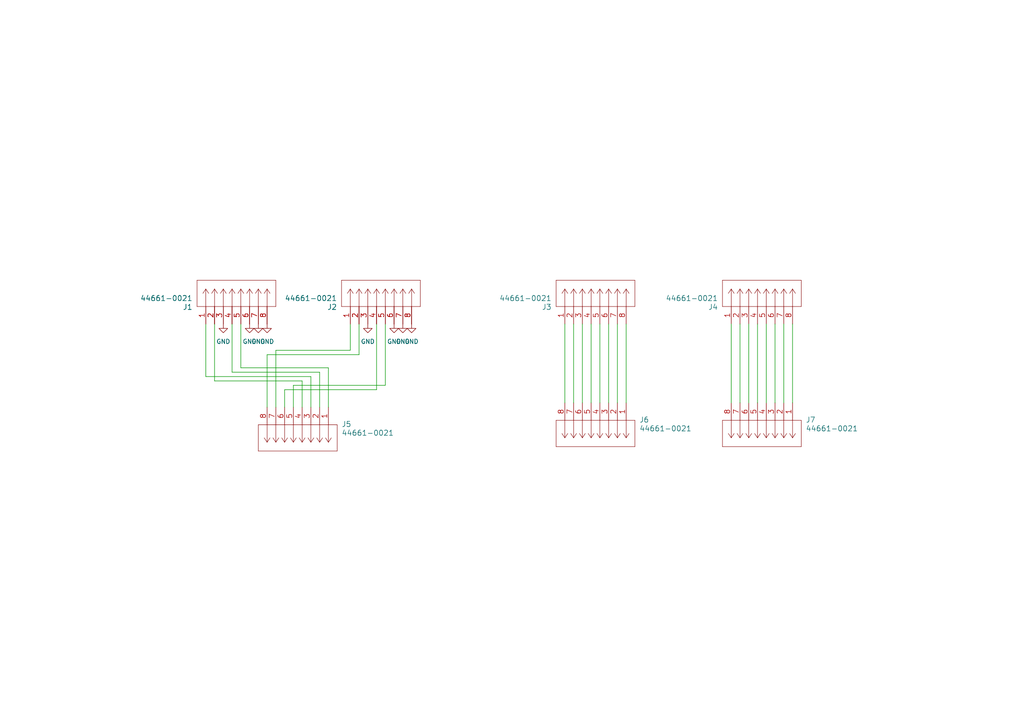
<source format=kicad_sch>
(kicad_sch (version 20210126) (generator eeschema)
  (paper "A4")
  (lib_symbols
    (symbol "44661-0021:44661-0021" (pin_names (offset 0.254) hide)
      (property "Reference" "J" (at 8.89 6.35 0))
      (property "Value" "44661-0021" (at 10.16 -10.16 0))
      (symbol "44661-0021_1_1"
        (polyline (pts (xy 5.08 -20.32) (xy 12.7 -20.32)) (stroke (width 0.127)))
        (polyline (pts (xy 5.08 2.54) (xy 5.08 -20.32)) (stroke (width 0.127)))
        (polyline (pts (xy 10.16 -17.78) (xy 5.08 -17.78)) (stroke (width 0.127)))
        (polyline (pts (xy 10.16 -17.78) (xy 8.89 -18.6182)) (stroke (width 0.127)))
        (polyline (pts (xy 10.16 -17.78) (xy 8.89 -16.9418)) (stroke (width 0.127)))
        (polyline (pts (xy 10.16 -15.24) (xy 5.08 -15.24)) (stroke (width 0.127)))
        (polyline (pts (xy 10.16 -15.24) (xy 8.89 -16.0782)) (stroke (width 0.127)))
        (polyline (pts (xy 10.16 -15.24) (xy 8.89 -14.4018)) (stroke (width 0.127)))
        (polyline (pts (xy 10.16 -12.7) (xy 5.08 -12.7)) (stroke (width 0.127)))
        (polyline (pts (xy 10.16 -12.7) (xy 8.89 -13.5382)) (stroke (width 0.127)))
        (polyline (pts (xy 10.16 -12.7) (xy 8.89 -11.8618)) (stroke (width 0.127)))
        (polyline (pts (xy 10.16 -10.16) (xy 5.08 -10.16)) (stroke (width 0.127)))
        (polyline (pts (xy 10.16 -10.16) (xy 8.89 -10.9982)) (stroke (width 0.127)))
        (polyline (pts (xy 10.16 -10.16) (xy 8.89 -9.3218)) (stroke (width 0.127)))
        (polyline (pts (xy 10.16 -7.62) (xy 5.08 -7.62)) (stroke (width 0.127)))
        (polyline (pts (xy 10.16 -7.62) (xy 8.89 -8.4582)) (stroke (width 0.127)))
        (polyline (pts (xy 10.16 -7.62) (xy 8.89 -6.7818)) (stroke (width 0.127)))
        (polyline (pts (xy 10.16 -5.08) (xy 5.08 -5.08)) (stroke (width 0.127)))
        (polyline (pts (xy 10.16 -5.08) (xy 8.89 -5.9182)) (stroke (width 0.127)))
        (polyline (pts (xy 10.16 -5.08) (xy 8.89 -4.2418)) (stroke (width 0.127)))
        (polyline (pts (xy 10.16 -2.54) (xy 5.08 -2.54)) (stroke (width 0.127)))
        (polyline (pts (xy 10.16 -2.54) (xy 8.89 -3.3782)) (stroke (width 0.127)))
        (polyline (pts (xy 10.16 -2.54) (xy 8.89 -1.7018)) (stroke (width 0.127)))
        (polyline (pts (xy 10.16 0) (xy 5.08 0)) (stroke (width 0.127)))
        (polyline (pts (xy 10.16 0) (xy 8.89 -0.8382)) (stroke (width 0.127)))
        (polyline (pts (xy 10.16 0) (xy 8.89 0.8382)) (stroke (width 0.127)))
        (polyline (pts (xy 12.7 -20.32) (xy 12.7 2.54)) (stroke (width 0.127)))
        (polyline (pts (xy 12.7 2.54) (xy 5.08 2.54)) (stroke (width 0.127)))
        (pin unspecified line (at 0 0 0) (length 5.08) (name "1") (number "1"))
        (pin unspecified line (at 0 -2.54 0) (length 5.08) (name "2") (number "2"))
        (pin unspecified line (at 0 -5.08 0) (length 5.08) (name "3") (number "3"))
        (pin unspecified line (at 0 -7.62 0) (length 5.08) (name "4") (number "4"))
        (pin unspecified line (at 0 -10.16 0) (length 5.08) (name "5") (number "5"))
        (pin unspecified line (at 0 -12.7 0) (length 5.08) (name "6") (number "6"))
        (pin unspecified line (at 0 -15.24 0) (length 5.08) (name "7") (number "7"))
        (pin unspecified line (at 0 -17.78 0) (length 5.08) (name "8") (number "8"))
      )
    )
    (symbol "power:GND" (power) (pin_names (offset 0))
      (property "Value" "GND" (at 0 -3.81 0))
      (symbol "GND_0_1"
        (polyline (pts (xy 0 0) (xy 0 -1.27) (xy 1.27 -1.27) (xy 0 -2.54) (xy -1.27 -1.27) (xy 0 -1.27)))
      )
      (symbol "GND_1_1"
        (pin power_in line (at 0 0 270) (length 0) hide (name "GND") (number "1"))
      )
    )
  )
  (wire (pts (xy 59.69 109.22) (xy 59.69 93.98)))
  (wire (pts (xy 62.23 110.49) (xy 62.23 93.98)))
  (wire (pts (xy 67.31 107.95) (xy 67.31 93.98)))
  (wire (pts (xy 69.85 106.68) (xy 69.85 93.98)))
  (wire (pts (xy 77.47 102.87) (xy 104.14 102.87)))
  (wire (pts (xy 77.47 118.11) (xy 77.47 102.87)))
  (wire (pts (xy 80.01 101.6) (xy 101.6 101.6)))
  (wire (pts (xy 80.01 118.11) (xy 80.01 101.6)))
  (wire (pts (xy 82.55 113.03) (xy 109.22 113.03)))
  (wire (pts (xy 82.55 118.11) (xy 82.55 113.03)))
  (wire (pts (xy 85.09 111.76) (xy 111.76 111.76)))
  (wire (pts (xy 85.09 118.11) (xy 85.09 111.76)))
  (wire (pts (xy 87.63 110.49) (xy 62.23 110.49)))
  (wire (pts (xy 87.63 118.11) (xy 87.63 110.49)))
  (wire (pts (xy 90.17 109.22) (xy 59.69 109.22)))
  (wire (pts (xy 90.17 118.11) (xy 90.17 109.22)))
  (wire (pts (xy 92.71 107.95) (xy 67.31 107.95)))
  (wire (pts (xy 92.71 118.11) (xy 92.71 107.95)))
  (wire (pts (xy 95.25 106.68) (xy 69.85 106.68)))
  (wire (pts (xy 95.25 118.11) (xy 95.25 106.68)))
  (wire (pts (xy 101.6 101.6) (xy 101.6 93.98)))
  (wire (pts (xy 104.14 102.87) (xy 104.14 93.98)))
  (wire (pts (xy 109.22 113.03) (xy 109.22 93.98)))
  (wire (pts (xy 111.76 111.76) (xy 111.76 93.98)))
  (wire (pts (xy 163.83 93.98) (xy 163.83 116.84)))
  (wire (pts (xy 166.37 93.98) (xy 166.37 116.84)))
  (wire (pts (xy 168.91 93.98) (xy 168.91 116.84)))
  (wire (pts (xy 171.45 93.98) (xy 171.45 116.84)))
  (wire (pts (xy 173.99 93.98) (xy 173.99 116.84)))
  (wire (pts (xy 176.53 93.98) (xy 176.53 116.84)))
  (wire (pts (xy 179.07 93.98) (xy 179.07 116.84)))
  (wire (pts (xy 181.61 93.98) (xy 181.61 116.84)))
  (wire (pts (xy 212.09 93.98) (xy 212.09 116.84)))
  (wire (pts (xy 214.63 93.98) (xy 214.63 116.84)))
  (wire (pts (xy 217.17 93.98) (xy 217.17 116.84)))
  (wire (pts (xy 219.71 93.98) (xy 219.71 116.84)))
  (wire (pts (xy 222.25 93.98) (xy 222.25 116.84)))
  (wire (pts (xy 224.79 93.98) (xy 224.79 116.84)))
  (wire (pts (xy 227.33 93.98) (xy 227.33 116.84)))
  (wire (pts (xy 229.87 93.98) (xy 229.87 116.84)))
  (symbol (lib_id "power:GND") (at 64.77 93.98 0) (unit 1)
    (property "Reference" "#PWR0101" (effects hide))
    (property "Value" "GND" (at 64.77 99.06 0))
  )
  (symbol (lib_id "power:GND") (at 72.39 93.98 0) (unit 1)
    (property "Reference" "#PWR0105" (effects hide))
    (property "Value" "GND" (at 72.39 99.06 0))
  )
  (symbol (lib_id "power:GND") (at 74.93 93.98 0) (unit 1)
    (property "Reference" "#PWR0106" (effects hide))
    (property "Value" "GND" (at 74.93 99.06 0))
  )
  (symbol (lib_id "power:GND") (at 77.47 93.98 0) (unit 1)
    (property "Reference" "#PWR0107" (effects hide))
    (property "Value" "GND" (at 77.47 99.06 0))
  )
  (symbol (lib_id "power:GND") (at 106.68 93.98 0) (unit 1)
    (property "Reference" "#PWR0108" (effects hide))
    (property "Value" "GND" (at 106.68 99.06 0))
  )
  (symbol (lib_id "power:GND") (at 114.3 93.98 0) (unit 1)
    (property "Reference" "#PWR0102" (effects hide))
    (property "Value" "GND" (at 114.3 99.06 0))
  )
  (symbol (lib_id "power:GND") (at 116.84 93.98 0) (unit 1)
    (property "Reference" "#PWR0103" (effects hide))
    (property "Value" "GND" (at 116.84 99.06 0))
  )
  (symbol (lib_id "power:GND") (at 119.38 93.98 0) (unit 1)
    (property "Reference" "#PWR0104" (effects hide))
    (property "Value" "GND" (at 119.38 99.06 0))
  )
  (symbol (lib_id "44661-0021:44661-0021") (at 59.69 93.98 90) (unit 1)
    (property "Reference" "J1" (at 55.88 89.0588 90) (effects (font (size 1.524 1.524)) (justify left)))
    (property "Value" "44661-0021" (at 55.88 86.5188 90) (effects (font (size 1.524 1.524)) (justify left)))
    (property "Footprint" "Molex:44661-0021" (effects hide))
  )
  (symbol (lib_id "44661-0021:44661-0021") (at 95.25 118.11 270) (unit 1)
    (property "Reference" "J5" (at 99.06 123.0312 90) (effects (font (size 1.524 1.524)) (justify left)))
    (property "Value" "44661-0021" (at 99.06 125.5712 90) (effects (font (size 1.524 1.524)) (justify left)))
    (property "Footprint" "Molex:44661-0021" (effects hide))
  )
  (symbol (lib_id "44661-0021:44661-0021") (at 101.6 93.98 90) (unit 1)
    (property "Reference" "J2" (at 97.79 89.0588 90) (effects (font (size 1.524 1.524)) (justify left)))
    (property "Value" "44661-0021" (at 97.79 86.5188 90) (effects (font (size 1.524 1.524)) (justify left)))
    (property "Footprint" "Molex:44661-0021" (effects hide))
  )
  (symbol (lib_id "44661-0021:44661-0021") (at 163.83 93.98 90) (unit 1)
    (property "Reference" "J3" (at 160.02 89.0588 90) (effects (font (size 1.524 1.524)) (justify left)))
    (property "Value" "44661-0021" (at 160.02 86.5188 90) (effects (font (size 1.524 1.524)) (justify left)))
    (property "Footprint" "Molex:44661-0021" (effects hide))
  )
  (symbol (lib_id "44661-0021:44661-0021") (at 181.61 116.84 270) (unit 1)
    (property "Reference" "J6" (at 185.42 121.7612 90) (effects (font (size 1.524 1.524)) (justify left)))
    (property "Value" "44661-0021" (at 185.42 124.3012 90) (effects (font (size 1.524 1.524)) (justify left)))
    (property "Footprint" "Molex:44661-0021" (effects hide))
  )
  (symbol (lib_id "44661-0021:44661-0021") (at 212.09 93.98 90) (unit 1)
    (property "Reference" "J4" (at 208.28 89.0588 90) (effects (font (size 1.524 1.524)) (justify left)))
    (property "Value" "44661-0021" (at 208.28 86.5188 90) (effects (font (size 1.524 1.524)) (justify left)))
    (property "Footprint" "Molex:44661-0021" (effects hide))
  )
  (symbol (lib_id "44661-0021:44661-0021") (at 229.87 116.84 270) (unit 1)
    (property "Reference" "J7" (at 233.68 121.7612 90) (effects (font (size 1.524 1.524)) (justify left)))
    (property "Value" "44661-0021" (at 233.68 124.3012 90) (effects (font (size 1.524 1.524)) (justify left)))
    (property "Footprint" "Molex:44661-0021" (effects hide))
  )
)
</source>
